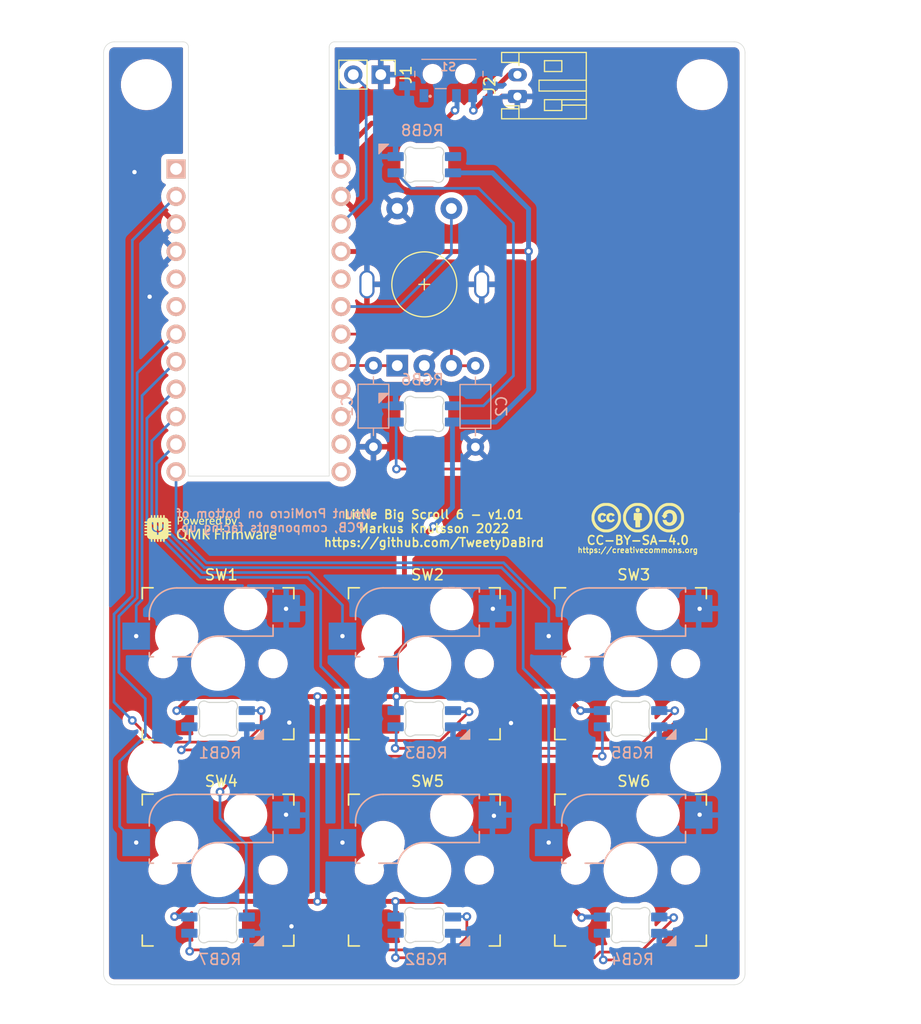
<source format=kicad_pcb>
(kicad_pcb (version 20211014) (generator pcbnew)
  (title_block (title "Little Big Scroll 6") (date "2022-03-22") (rev "v1.01") (company "Tweety's Wild Thinking") (comment 1 "Markus Knutsson <markus.knutsson@tweety.se>") (comment 2 "https://github.com/TweetyDaBird") (comment 3 "Licensed under Creative Commons BY-SA 4.0 International "))
  (layers (0 "F.Cu" signal) (31 "B.Cu" signal) (34 "B.Paste" user) (35 "F.Paste" user) (36 "B.SilkS" user "B.Silkscreen") (37 "F.SilkS" user "F.Silkscreen") (38 "B.Mask" user) (39 "F.Mask" user) (44 "Edge.Cuts" user))
  (net 0 "")
  (net 1 "EncB")
  (net 2 "GND")
  (net 3 "VCC")
  (net 4 "EncA")
  (net 5 "RGB")
  (net 6 "Net-(U1-Pad22)")
  (net 7 "Key1")
  (net 8 "Key2")
  (net 9 "Key3")
  (net 10 "Key4")
  (net 11 "Key5")
  (net 12 "Key6")
  (net 13 "EncKey")
  (net 22 "BAT+")
  (net 24 "/BAT++")
  (net 25 "Net-(RGB1-Pad2)")
  (net 26 "Net-(RGB2-Pad2)")
  (net 27 "Net-(RGB2-Pad4)")
  (net 28 "Net-(RGB3-Pad2)")
  (net 29 "Net-(RGB4-Pad2)")
  (net 30 "Net-(RGB5-Pad2)")
  (net 31 "Net-(RGB6-Pad2)")
  (footprint "Keyboard Library:ArduinoProMicro-BackSide" (layer "F.Cu") (at 94.96 71.48 -90)
    (fp_text reference "U1" hide)
    (fp_text value "ProMicro" hide)
  )
  (footprint "Keyboard Switches & Encoders:SW_MX_HotSwap" (layer "F.Cu") (at 91.22 103.16)
    (fp_text reference "SW1")
    (fp_text value "SW_MX_HS" hide)
  )
  (footprint "Keyboard Switches & Encoders:SW_MX_HotSwap" (layer "F.Cu") (at 110.27 103.16)
    (fp_text reference "SW2")
    (fp_text value "SW_MX_HS" hide)
  )
  (footprint "Keyboard Switches & Encoders:SW_MX_HotSwap" (layer "F.Cu") (at 129.32 103.16)
    (fp_text reference "SW3")
    (fp_text value "SW_MX_HS" hide)
  )
  (footprint "Keyboard Switches & Encoders:SW_MX_HotSwap" (layer "F.Cu") (at 91.22 122.21)
    (fp_text reference "SW4")
    (fp_text value "SW_MX_HS" hide)
  )
  (footprint "Keyboard Switches & Encoders:SW_MX_HotSwap" (layer "F.Cu") (at 110.27 122.21)
    (fp_text reference "SW5")
    (fp_text value "SW_MX_HS" hide)
  )
  (footprint "Keyboard Switches & Encoders:SW_MX_HotSwap" (layer "F.Cu") (at 129.32 122.21)
    (fp_text reference "SW6")
    (fp_text value "SW_MX_HS" hide)
  )
  (footprint "Keyboard Switches & Encoders:Encoder_Alps_EC11E_Small" (layer "F.Cu") (at 110.27 68.16 90)
    (fp_text reference "ENC1" hide)
    (fp_text value "Rotary_Encoder_Click" hide)
  )
  (footprint "Keyboard Switches & Encoders:RGB_SK6812MINI-E" (layer "F.Cu") (at 91.22 103.16)
    (fp_text reference "RGB1")
    (fp_text value "SK6812MINI-E")
    (fp_line (start 1.699999 4.377157) (end 1.699999 5.782841) (layer "Edge.Cuts") (width 0.1))
    (fp_line (start -1.699999 5.782841) (end -1.699999 4.377157) (layer "Edge.Cuts") (width 0.1))
    (fp_line (start 0.794452 6.579999) (end -0.794452 6.579999) (layer "Edge.Cuts") (width 0.1))
    (fp_line (start -0.794452 3.58) (end 0.794453 3.58) (layer "Edge.Cuts") (width 0.1))
    (fp_arc (start 1.046711 3.511701) (mid 1.638071 3.575964) (end 1.749484 4.160279) (layer "Edge.Cuts") (width 0.1))
    (fp_arc (start 1.749484 5.999718) (mid 1.638072 6.584034) (end 1.046711 6.648298) (layer "Edge.Cuts") (width 0.1))
    (fp_arc (start -1.749484 4.160279) (mid -1.638071 3.575964) (end -1.046711 3.5117) (layer "Edge.Cuts") (width 0.1))
    (fp_arc (start 1.749484 5.999719) (mid 1.712518 5.894069) (end 1.699999 5.782841) (layer "Edge.Cuts") (width 0.1))
    (fp_arc (start -0.794453 3.579999) (mid -0.925123 3.562622) (end -1.046711 3.5117) (layer "Edge.Cuts") (width 0.1))
    (fp_arc (start -1.046711 6.648296) (mid -1.63807 6.584033) (end -1.749484 5.999719) (layer "Edge.Cuts") (width 0.1))
    (fp_arc (start -1.04671 6.648298) (mid -0.925122 6.597376) (end -0.794452 6.579999) (layer "Edge.Cuts") (width 0.1))
    (fp_arc (start 0.794452 6.579999) (mid 0.925123 6.597376) (end 1.046711 6.648298) (layer "Edge.Cuts") (width 0.1))
    (fp_arc (start -1.749484 4.160279) (mid -1.712527 4.265931) (end -1.699999 4.377157) (layer "Edge.Cuts") (width 0.1))
    (fp_arc (start 1.699999 4.377156) (mid 1.712527 4.26593) (end 1.749484 4.160279) (layer "Edge.Cuts") (width 0.1))
    (fp_arc (start -1.699999 5.782842) (mid -1.712527 5.894067) (end -1.749484 5.999719) (layer "Edge.Cuts") (width 0.1))
    (fp_arc (start 1.046711 3.511701) (mid 0.925123 3.562623) (end 0.794453 3.58) (layer "Edge.Cuts") (width 0.1))
  )
  (footprint "Keyboard Switches & Encoders:RGB_SK6812MINI-E" (layer "F.Cu") (at 110.27 103.16)
    (fp_text reference "RGB3")
    (fp_text value "SK6812MINI-E")
    (fp_line (start 1.699999 4.377157) (end 1.699999 5.782841) (layer "Edge.Cuts") (width 0.1))
    (fp_line (start -1.699999 5.782841) (end -1.699999 4.377157) (layer "Edge.Cuts") (width 0.1))
    (fp_line (start 0.794452 6.579999) (end -0.794452 6.579999) (layer "Edge.Cuts") (width 0.1))
    (fp_line (start -0.794452 3.58) (end 0.794453 3.58) (layer "Edge.Cuts") (width 0.1))
    (fp_arc (start 1.749484 5.999718) (mid 1.638072 6.584034) (end 1.046711 6.648298) (layer "Edge.Cuts") (width 0.1))
    (fp_arc (start 1.749484 5.999719) (mid 1.712518 5.894069) (end 1.699999 5.782841) (layer "Edge.Cuts") (width 0.1))
    (fp_arc (start 1.699999 4.377156) (mid 1.712527 4.26593) (end 1.749484 4.160279) (layer "Edge.Cuts") (width 0.1))
    (fp_arc (start -1.046711 6.648296) (mid -1.63807 6.584033) (end -1.749484 5.999719) (layer "Edge.Cuts") (width 0.1))
    (fp_arc (start -1.749484 4.160279) (mid -1.638071 3.575964) (end -1.046711 3.5117) (layer "Edge.Cuts") (width 0.1))
    (fp_arc (start 1.046711 3.511701) (mid 0.925123 3.562623) (end 0.794453 3.58) (layer "Edge.Cuts") (width 0.1))
    (fp_arc (start -0.794453 3.579999) (mid -0.925123 3.562622) (end -1.046711 3.5117) (layer "Edge.Cuts") (width 0.1))
    (fp_arc (start 1.046711 3.511701) (mid 1.638071 3.575964) (end 1.749484 4.160279) (layer "Edge.Cuts") (width 0.1))
    (fp_arc (start -1.699999 5.782842) (mid -1.712527 5.894067) (end -1.749484 5.999719) (layer "Edge.Cuts") (width 0.1))
    (fp_arc (start 0.794452 6.579999) (mid 0.925123 6.597376) (end 1.046711 6.648298) (layer "Edge.Cuts") (width 0.1))
    (fp_arc (start -1.749484 4.160279) (mid -1.712527 4.265931) (end -1.699999 4.377157) (layer "Edge.Cuts") (width 0.1))
    (fp_arc (start -1.04671 6.648298) (mid -0.925122 6.597376) (end -0.794452 6.579999) (layer "Edge.Cuts") (width 0.1))
  )
  (footprint "Keyboard Switches & Encoders:RGB_SK6812MINI-E" (layer "F.Cu") (at 129.32 103.16)
    (fp_text reference "RGB5")
    (fp_text value "SK6812MINI-E")
    (fp_line (start -1.699999 5.782841) (end -1.699999 4.377157) (layer "Edge.Cuts") (width 0.1))
    (fp_line (start -0.794452 3.58) (end 0.794453 3.58) (layer "Edge.Cuts") (width 0.1))
    (fp_line (start 1.699999 4.377157) (end 1.699999 5.782841) (layer "Edge.Cuts") (width 0.1))
    (fp_line (start 0.794452 6.579999) (end -0.794452 6.579999) (layer "Edge.Cuts") (width 0.1))
    (fp_arc (start -1.699999 5.782842) (mid -1.712527 5.894067) (end -1.749484 5.999719) (layer "Edge.Cuts") (width 0.1))
    (fp_arc (start 1.749484 5.999718) (mid 1.638072 6.584034) (end 1.046711 6.648298) (layer "Edge.Cuts") (width 0.1))
    (fp_arc (start 1.046711 3.511701) (mid 0.925123 3.562623) (end 0.794453 3.58) (layer "Edge.Cuts") (width 0.1))
    (fp_arc (start -1.046711 6.648296) (mid -1.63807 6.584033) (end -1.749484 5.999719) (layer "Edge.Cuts") (width 0.1))
    (fp_arc (start 1.699999 4.377156) (mid 1.712527 4.26593) (end 1.749484 4.160279) (layer "Edge.Cuts") (width 0.1))
    (fp_arc (start -1.04671 6.648298) (mid -0.925122 6.597376) (end -0.794452 6.579999) (layer "Edge.Cuts") (width 0.1))
    (fp_arc (start -1.749484 4.160279) (mid -1.638071 3.575964) (end -1.046711 3.5117) (layer "Edge.Cuts") (width 0.1))
    (fp_arc (start 0.794452 6.579999) (mid 0.925123 6.597376) (end 1.046711 6.648298) (layer "Edge.Cuts") (width 0.1))
    (fp_arc (start 1.046711 3.511701) (mid 1.638071 3.575964) (end 1.749484 4.160279) (layer "Edge.Cuts") (width 0.1))
    (fp_arc (start -0.794453 3.579999) (mid -0.925123 3.562622) (end -1.046711 3.5117) (layer "Edge.Cuts") (width 0.1))
    (fp_arc (start 1.749484 5.999719) (mid 1.712518 5.894069) (end 1.699999 5.782841) (layer "Edge.Cuts") (width 0.1))
    (fp_arc (start -1.749484 4.160279) (mid -1.712527 4.265931) (end -1.699999 4.377157) (layer "Edge.Cuts") (width 0.1))
  )
  (footprint "Keyboard Switches & Encoders:RGB_SK6812MINI-E" (layer "F.Cu") (at 91.22 122.21)
    (fp_text reference "RGB7")
    (fp_text value "SK6812MINI-E")
    (fp_line (start 1.699999 4.377157) (end 1.699999 5.782841) (layer "Edge.Cuts") (width 0.1))
    (fp_line (start 0.794452 6.579999) (end -0.794452 6.579999) (layer "Edge.Cuts") (width 0.1))
    (fp_line (start -1.699999 5.782841) (end -1.699999 4.377157) (layer "Edge.Cuts") (width 0.1))
    (fp_line (start -0.794452 3.58) (end 0.794453 3.58) (layer "Edge.Cuts") (width 0.1))
    (fp_arc (start -1.046711 6.648296) (mid -1.63807 6.584033) (end -1.749484 5.999719) (layer "Edge.Cuts") (width 0.1))
    (fp_arc (start 1.749484 5.999719) (mid 1.712518 5.894069) (end 1.699999 5.782841) (layer "Edge.Cuts") (width 0.1))
    (fp_arc (start -1.749484 4.160279) (mid -1.638071 3.575964) (end -1.046711 3.5117) (layer "Edge.Cuts") (width 0.1))
    (fp_arc (start 1.046711 3.511701) (mid 0.925123 3.562623) (end 0.794453 3.58) (layer "Edge.Cuts") (width 0.1))
    (fp_arc (start 0.794452 6.579999) (mid 0.925123 6.597376) (end 1.046711 6.648298) (layer "Edge.Cuts") (width 0.1))
    (fp_arc (start 1.046711 3.511701) (mid 1.638071 3.575964) (end 1.749484 4.160279) (layer "Edge.Cuts") (width 0.1))
    (fp_arc (start -0.794453 3.579999) (mid -0.925123 3.562622) (end -1.046711 3.5117) (layer "Edge.Cuts") (width 0.1))
    (fp_arc (start 1.699999 4.377156) (mid 1.712527 4.26593) (end 1.749484 4.160279) (layer "Edge.Cuts") (width 0.1))
    (fp_arc (start -1.699999 5.782842) (mid -1.712527 5.894067) (end -1.749484 5.999719) (layer "Edge.Cuts") (width 0.1))
    (fp_arc (start 1.749484 5.999718) (mid 1.638072 6.584034) (end 1.046711 6.648298) (layer "Edge.Cuts") (width 0.1))
    (fp_arc (start -1.04671 6.648298) (mid -0.925122 6.597376) (end -0.794452 6.579999) (layer "Edge.Cuts") (width 0.1))
    (fp_arc (start -1.749484 4.160279) (mid -1.712527 4.265931) (end -1.699999 4.377157) (layer "Edge.Cuts") (width 0.1))
  )
  (footprint "Keyboard Switches & Encoders:RGB_SK6812MINI-E" (layer "F.Cu") (at 110.27 122.21)
    (fp_text reference "RGB2")
    (fp_text value "SK6812MINI-E")
    (fp_line (start 0.794452 6.579999) (end -0.794452 6.579999) (layer "Edge.Cuts") (width 0.1))
    (fp_line (start -1.699999 5.782841) (end -1.699999 4.377157) (layer "Edge.Cuts") (width 0.1))
    (fp_line (start 1.699999 4.377157) (end 1.699999 5.782841) (layer "Edge.Cuts") (width 0.1))
    (fp_line (start -0.794452 3.58) (end 0.794453 3.58) (layer "Edge.Cuts") (width 0.1))
    (fp_arc (start 0.794452 6.579999) (mid 0.925123 6.597376) (end 1.046711 6.648298) (layer "Edge.Cuts") (width 0.1))
    (fp_arc (start -0.794453 3.579999) (mid -0.925123 3.562622) (end -1.046711 3.5117) (layer "Edge.Cuts") (width 0.1))
    (fp_arc (start 1.699999 4.377156) (mid 1.712527 4.26593) (end 1.749484 4.160279) (layer "Edge.Cuts") (width 0.1))
    (fp_arc (start -1.749484 4.160279) (mid -1.638071 3.575964) (end -1.046711 3.5117) (layer "Edge.Cuts") (width 0.1))
    (fp_arc (start 1.046711 3.511701) (mid 0.925123 3.562623) (end 0.794453 3.58) (layer "Edge.Cuts") (width 0.1))
    (fp_arc (start -1.699999 5.782842) (mid -1.712527 5.894067) (end -1.749484 5.999719) (layer "Edge.Cuts") (width 0.1))
    (fp_arc (start -1.749484 4.160279) (mid -1.712527 4.265931) (end -1.699999 4.377157) (layer "Edge.Cuts") (width 0.1))
    (fp_arc (start -1.04671 6.648298) (mid -0.925122 6.597376) (end -0.794452 6.579999) (layer "Edge.Cuts") (width 0.1))
    (fp_arc (start -1.046711 6.648296) (mid -1.63807 6.584033) (end -1.749484 5.999719) (layer "Edge.Cuts") (width 0.1))
    (fp_arc (start 1.749484 5.999718) (mid 1.638072 6.584034) (end 1.046711 6.648298) (layer "Edge.Cuts") (width 0.1))
    (fp_arc (start 1.749484 5.999719) (mid 1.712518 5.894069) (end 1.699999 5.782841) (layer "Edge.Cuts") (width 0.1))
    (fp_arc (start 1.046711 3.511701) (mid 1.638071 3.575964) (end 1.749484 4.160279) (layer "Edge.Cuts") (width 0.1))
  )
  (footprint "Keyboard Switches & Encoders:RGB_SK6812MINI-E" (layer "F.Cu") (at 129.32 122.21)
    (fp_text reference "RGB4")
    (fp_text value "SK6812MINI-E")
    (fp_line (start -1.699999 5.782841) (end -1.699999 4.377157) (layer "Edge.Cuts") (width 0.1))
    (fp_line (start 1.699999 4.377157) (end 1.699999 5.782841) (layer "Edge.Cuts") (width 0.1))
    (fp_line (start -0.794452 3.58) (end 0.794453 3.58) (layer "Edge.Cuts") (width 0.1))
    (fp_line (start 0.794452 6.579999) (end -0.794452 6.579999) (layer "Edge.Cuts") (width 0.1))
    (fp_arc (start -1.749484 4.160279) (mid -1.712527 4.265931) (end -1.699999 4.377157) (layer "Edge.Cuts") (width 0.1))
    (fp_arc (start 1.046711 3.511701) (mid 0.925123 3.562623) (end 0.794453 3.58) (layer "Edge.Cuts") (width 0.1))
    (fp_arc (start -0.794453 3.579999) (mid -0.925123 3.562622) (end -1.046711 3.5117) (layer "Edge.Cuts") (width 0.1))
    (fp_arc (start -1.04671 6.648298) (mid -0.925122 6.597376) (end -0.794452 6.579999) (layer "Edge.Cuts") (width 0.1))
    (fp_arc (start 1.046711 3.511701) (mid 1.638071 3.575964) (end 1.749484 4.160279) (layer "Edge.Cuts") (width 0.1))
    (fp_arc (start -1.699999 5.782842) (mid -1.712527 5.894067) (end -1.749484 5.999719) (layer "Edge.Cuts") (width 0.1))
    (fp_arc (start -1.749484 4.160279) (mid -1.638071 3.575964) (end -1.046711 3.5117) (layer "Edge.Cuts") (width 0.1))
    (fp_arc (start 1.749484 5.999719) (mid 1.712518 5.894069) (end 1.699999 5.782841) (layer "Edge.Cuts") (width 0.1))
    (fp_arc (start 1.699999 4.377156) (mid 1.712527 4.26593) (end 1.749484 4.160279) (layer "Edge.Cuts") (width 0.1))
    (fp_arc (start 0.794452 6.579999) (mid 0.925123 6.597376) (end 1.046711 6.648298) (layer "Edge.Cuts") (width 0.1))
    (fp_arc (start 1.749484 5.999718) (mid 1.638072 6.584034) (end 1.046711 6.648298) (layer "Edge.Cuts") (width 0.1))
    (fp_arc (start -1.046711 6.648296) (mid -1.63807 6.584033) (end -1.749484 5.999719) (layer "Edge.Cuts") (width 0.1))
  )
  (footprint "Keyboard Switches & Encoders:RGB_SK6812MINI-E" (layer "F.Cu") (at 110.27 62.2 180)
    (fp_text reference "RGB8")
    (fp_text value "SK6812MINI-E")
    (fp_line (start 1.699999 4.377157) (end 1.699999 5.782841) (layer "Edge.Cuts") (width 0.1))
    (fp_line (start -0.794452 3.58) (end 0.794453 3.58) (layer "Edge.Cuts") (width 0.1))
    (fp_line (start 0.794452 6.579999) (end -0.794452 6.579999) (layer "Edge.Cuts") (width 0.1))
    (fp_line (start -1.699999 5.782841) (end -1.699999 4.377157) (layer "Edge.Cuts") (width 0.1))
    (fp_arc (start 0.794452 6.579999) (mid 0.925123 6.597376) (end 1.046711 6.648298) (layer "Edge.Cuts") (width 0.1))
    (fp_arc (start 1.749484 5.999719) (mid 1.712518 5.894069) (end 1.699999 5.782841) (layer "Edge.Cuts") (width 0.1))
    (fp_arc (start 1.699999 4.377156) (mid 1.712527 4.26593) (end 1.749484 4.160279) (layer "Edge.Cuts") (width 0.1))
    (fp_arc (start 1.749484 5.999718) (mid 1.638072 6.584034) (end 1.046711 6.648298) (layer "Edge.Cuts") (width 0.1))
    (fp_arc (start -0.794453 3.579999) (mid -0.925123 3.562622) (end -1.046711 3.5117) (layer "Edge.Cuts") (width 0.1))
    (fp_arc (start -1.699999 5.782842) (mid -1.712527 5.894067) (end -1.749484 5.999719) (layer "Edge.Cuts") (width 0.1))
    (fp_arc (start 1.046711 3.511701) (mid 1.638071 3.575964) (end 1.749484 4.160279) (layer "Edge.Cuts") (width 0.1))
    (fp_arc (start -1.749484 4.160279) (mid -1.638071 3.575964) (end -1.046711 3.5117) (layer "Edge.Cuts") (width 0.1))
    (fp_arc (start 1.046711 3.511701) (mid 0.925123 3.562623) (end 0.794453 3.58) (layer "Edge.Cuts") (width 0.1))
    (fp_arc (start -1.04671 6.648298) (mid -0.925122 6.597376) (end -0.794452 6.579999) (layer "Edge.Cuts") (width 0.1))
    (fp_arc (start -1.046711 6.648296) (mid -1.63807 6.584033) (end -1.749484 5.999719) (layer "Edge.Cuts") (width 0.1))
    (fp_arc (start -1.749484 4.160279) (mid -1.712527 4.265931) (end -1.699999 4.377157) (layer "Edge.Cuts") (width 0.1))
  )
  (footprint "Keyboard Switches & Encoders:RGB_SK6812MINI-E" (layer "F.Cu") (at 110.27 85.195 180)
    (fp_text reference "RGB6")
    (fp_text value "SK6812MINI-E")
    (fp_line (start -1.699999 5.782841) (end -1.699999 4.377157) (layer "Edge.Cuts") (width 0.1))
    (fp_line (start 0.794452 6.579999) (end -0.794452 6.579999) (layer "Edge.Cuts") (width 0.1))
    (fp_line (start -0.794452 3.58) (end 0.794453 3.58) (layer "Edge.Cuts") (width 0.1))
    (fp_line (start 1.699999 4.377157) (end 1.699999 5.782841) (layer "Edge.Cuts") (width 0.1))
    (fp_arc (start -1.699999 5.782842) (mid -1.712527 5.894067) (end -1.749484 5.999719) (layer "Edge.Cuts") (width 0.1))
    (fp_arc (start -1.046711 6.648296) (mid -1.63807 6.584033) (end -1.749484 5.999719) (layer "Edge.Cuts") (width 0.1))
    (fp_arc (start 1.046711 3.511701) (mid 1.638071 3.575964) (end 1.749484 4.160279) (layer "Edge.Cuts") (width 0.1))
    (fp_arc (start 1.699999 4.377156) (mid 1.712527 4.26593) (end 1.749484 4.160279) (layer "Edge.Cuts") (width 0.1))
    (fp_arc (start -1.749484 4.160279) (mid -1.638071 3.575964) (end -1.046711 3.5117) (layer "Edge.Cuts") (width 0.1))
    (fp_arc (start 1.749484 5.999718) (mid 1.638072 6.584034) (end 1.046711 6.648298) (layer "Edge.Cuts") (width 0.1))
    (fp_arc (start 1.749484 5.999719) (mid 1.712518 5.894069) (end 1.699999 5.782841) (layer "Edge.Cuts") (width 0.1))
    (fp_arc (start 1.046711 3.511701) (mid 0.925123 3.562623) (end 0.794453 3.58) (layer "Edge.Cuts") (width 0.1))
    (fp_arc (start -1.749484 4.160279) (mid -1.712527 4.265931) (end -1.699999 4.377157) (layer "Edge.Cuts") (width 0.1))
    (fp_arc (start 0.794452 6.579999) (mid 0.925123 6.597376) (end 1.046711 6.648298) (layer "Edge.Cuts") (width 0.1))
    (fp_arc (start -0.794453 3.579999) (mid -0.925123 3.562622) (end -1.046711 3.5117) (layer "Edge.Cuts") (width 0.1))
    (fp_arc (start -1.04671 6.648298) (mid -0.925122 6.597376) (end -0.794452 6.579999) (layer "Edge.Cuts") (width 0.1))
  )
  (footprint "Keyboard Switches & Encoders:Spacer PCB hole" (layer "F.Cu") (at 85.22 112.685)
    (fp_text reference "H1" hide)
    (fp_text value "Spacer_PCB" hide)
  )
  (footprint "Keyboard Switches & Encoders:Spacer PCB hole" (layer "F.Cu") (at 135.32 112.685)
    (fp_text reference "H2" hide)
    (fp_text value "Spacer_PCB" hide)
  )
  (footprint "Keyboard Switches & Encoders:Spacer PCB hole" (layer "F.Cu") (at 135.94 49.73)
    (fp_text reference "H3" hide)
    (fp_text value "Spacer_PCB" hide)
  )
  (footprint "Keyboard Switches & Encoders:Spacer PCB hole" (layer "F.Cu") (at 84.6 49.73)
    (fp_text reference "H4" hide)
    (fp_text value "Spacer_PCB" hide)
  )
  (footprint "Connector_PinHeader_2.54mm:PinHeader_1x02_P2.54mm_Vertical" (layer "F.Cu") (at 106.25 48.81 -90)
    (fp_text reference "J1")
    (fp_text value "Conn_01x02")
  )
  (footprint "Connector_JST:JST_PH_S2B-PH-K_1x02_P2.00mm_Horizontal" (layer "F.Cu") (at 118.87 50.82 90)
    (fp_text reference "J2")
    (fp_text value "Conn_01x02")
  )
  (footprint "Logotypes:Powered_by_QMK" (layer "F.Cu") (at 90.537262 90.674188)
    (fp_text reference "Logo2" hide)
    (fp_text value "QMK_Logo" hide)
  )
  (footprint "Logotypes:CC_BY_SA_40" (layer "F.Cu") (at 130.026958 90.616725)
    (fp_text reference "Logo1")
    (fp_text value "CC-BY-SA-4.0")
  )
  (footprint "Capacitor_THT:C_Axial_L3.8mm_D2.6mm_P7.50mm_Horizontal" (layer "B.Cu") (at 114.99 83.17 90)
    (fp_text reference "C2")
    (fp_text value "C_Small")
  )
  (footprint "Capacitor_THT:C_Axial_L3.8mm_D2.6mm_P7.50mm_Horizontal" (layer "B.Cu") (at 105.57 75.65 -90)
    (fp_text reference "C1")
    (fp_text value "C_Small")
  )
  (footprint "Keyboard Switches & Encoders:MSK12C02" (layer "B.Cu") (at 112.54 48.75)
    (fp_text reference "S1")
    (fp_text value "MSK12C02" hide)
  )
  (gr_arc (start 138.89 45.78) (mid 139.597107 46.072893) (end 139.89 46.78) (layer "Edge.Cuts") (width 0.05))
  (gr_arc (start 139.89 131.79) (mid 139.597107 132.497107) (end 138.89 132.79) (layer "Edge.Cuts") (width 0.05))
  (gr_line (start 101.485 85.85) (end 101.485 46.28) (layer "Edge.Cuts") (width 0.05))
  (gr_line (start 139.89 46.78) (end 139.89 131.79) (layer "Edge.Cuts") (width 0.05))
  (gr_line (start 101.985 45.78) (end 138.89 45.78) (layer "Edge.Cuts") (width 0.05))
  (gr_arc (start 80.65 46.78) (mid 80.942893 46.072893) (end 81.65 45.78) (layer "Edge.Cuts") (width 0.05))
  (gr_line (start 80.647107 131.79) (end 80.65 46.78) (layer "Edge.Cuts") (width 0.05))
  (gr_arc (start 87.985 45.78) (mid 88.338553 45.926447) (end 88.485 46.28) (layer "Edge.Cuts") (width 0.05))
  (gr_arc (start 81.647107 132.79) (mid 80.94 132.497107) (end 80.647107 131.79) (layer "Edge.Cuts") (width 0.05))
  (gr_arc (start 101.485 46.28) (mid 101.631447 45.926447) (end 101.985 45.78) (layer "Edge.Cuts") (width 0.05))
  (gr_line (start 88.485 46.28) (end 88.485 85.85) (layer "Edge.Cuts") (width 0.05))
  (gr_line (start 88.485 85.85) (end 101.485 85.85) (layer "Edge.Cuts") (width 0.05))
  (gr_line (start 81.65 45.78) (end 87.985 45.78) (layer "Edge.Cuts") (width 0.05))
  (gr_line (start 138.89 132.79) (end 81.647107 132.79) (layer "Edge.Cuts") (width 0.05))
  (gr_text "Mount ProMicro on bottom of \nPCB, components facing up." (at 96.08 89.96) (layer "B.SilkS") (effects (font (size 0.8 0.8)) (justify mirror)))
  (gr_text "Little Big Scroll 6 - v1.01\nMarkus Knutsson 2022\nhttps://github.com/TweetyDaBird" (at 111.16 90.69) (layer "F.SilkS") (effects (font (size 0.8 0.8))))
  (segment (start 112.78 75.67) (end 112.77 75.66) (width 0.25) (layer "F.Cu") (net 1))
  (segment (start 114.99 75.67) (end 112.78 75.67) (width 0.25) (layer "F.Cu") (net 1))
  (segment (start 112.77 75.66) (end 112.77 73.97) (width 0.25) (layer "F.Cu") (net 1))
  (segment (start 111.55 72.75) (end 102.58 72.75) (width 0.25) (layer "F.Cu") (net 1))
  (segment (start 112.77 73.97) (end 111.55 72.75) (width 0.25) (layer "F.Cu") (net 1))
  (via (at 98 127.4) (size 0.8) (drill 0.4) (layers "F.Cu" "B.Cu") (net 2))
  (via (at 118.2755 108.643082) (size 0.8) (drill 0.4) (layers "F.Cu" "B.Cu") (net 2))
  (via (at 84.9 69.3) (size 0.8) (drill 0.4) (layers "F.Cu" "B.Cu") (net 2))
  (via (at 116.6 98.1) (size 0.8) (drill 0.4) (layers "F.Cu" "B.Cu") (net 2))
  (via (at 97.5 117.1) (size 0.8) (drill 0.4) (layers "F.Cu" "B.Cu") (net 2))
  (via (at 116.7 117.2) (size 0.8) (drill 0.4) (layers "F.Cu" "B.Cu") (net 2))
  (via (at 135.7 98.1) (size 0.8) (drill 0.4) (layers "F.Cu" "B.Cu") (net 2))
  (via (at 97.5 98.1) (size 0.8) (drill 0.4) (layers "F.Cu" "B.Cu") (net 2))
  (via (at 97.8 108.6) (size 0.8) (drill 0.4) (layers "F.Cu" "B.Cu") (net 2))
  (via (at 135.7 117.1) (size 0.8) (drill 0.4) (layers "F.Cu" "B.Cu") (net 2))
  (via (at 83.5 57.8) (size 0.8) (drill 0.4) (layers "F.Cu" "B.Cu") (net 2))
  (segment (start 107.7 106.2) (end 107.7 102.2) (width 0.45) (layer "F.Cu") (net 3))
  (segment (start 100.4 125.1) (end 107.6 125.1) (width 0.45) (layer "F.Cu") (net 3))
  (segment (start 108.434521 101.465479) (end 108.434521 93.165479) (width 0.45) (layer "F.Cu") (net 3))
  (segment (start 88.7 106.2) (end 100.4 106.2) (width 0.45) (layer "F.Cu") (net 3))
  (segment (start 123.3 125.1) (end 124.8 126.6) (width 0.45) (layer "F.Cu") (net 3))
  (segment (start 87.4 107.5) (end 88.7 106.2) (width 0.45) (layer "F.Cu") (net 3))
  (segment (start 107.7 106.2) (end 100.4 106.2) (width 0.45) (layer "F.Cu") (net 3))
  (segment (start 119.87 65.13) (end 119.9 65.1) (width 0.45) (layer "F.Cu") (net 3))
  (segment (start 107.7 106.2) (end 123.4 106.2) (width 0.45) (layer "F.Cu") (net 3))
  (segment (start 102.58 65.13) (end 119.87 65.13) (width 0.45) (layer "F.Cu") (net 3))
  (segment (start 108.434521 93.165479) (end 111.1 90.5) (width 0.45) (layer "F.Cu") (net 3))
  (segment (start 88.6 125.1) (end 87.2 126.5) (width 0.45) (layer "F.Cu") (net 3))
  (segment (start 107.6 125.1) (end 123.3 125.1) (width 0.45) (layer "F.Cu") (net 3))
  (segment (start 107.7 102.2) (end 108.434521 101.465479) (width 0.45) (layer "F.Cu") (net 3))
  (segment (start 100.4 125.1) (end 88.6 125.1) (width 0.45) (layer "F.Cu") (net 3))
  (segment (start 123.4 106.2) (end 124.7 107.5) (width 0.45) (layer "F.Cu") (net 3))
  (via (at 100.4 106.2) (size 0.8) (drill 0.4) (layers "F.Cu" "B.Cu") (net 3))
  (via (at 107.7 106.2) (size 0.8) (drill 0.4) (layers "F.Cu" "B.Cu") (net 3))
  (via (at 107.6 125.1) (size 0.8) (drill 0.4) (layers "F.Cu" "B.Cu") (net 3))
  (via (at 124.7 107.5) (size 0.8) (drill 0.4) (layers "F.Cu" "B.Cu") (net 3))
  (via (at 111.1 90.5) (size 0.8) (drill 0.4) (layers "F.Cu" "B.Cu") (net 3))
  (via (at 87.4 107.5) (size 0.8) (drill 0.4) (layers "F.Cu" "B.Cu") (net 3))
  (via (at 87.2 126.5) (size 0.8) (drill 0.4) (layers "F.Cu" "B.Cu") (net 3))
  (via (at 100.4 125.1) (size 0.8) (drill 0.4) (layers "F.Cu" "B.Cu") (net 3))
  (via (at 119.9 65.1) (size 0.8) (drill 0.4) (layers "F.Cu" "B.Cu") (net 3))
  (via (at 124.8 126.6) (size 0.8) (drill 0.4) (layers "F.Cu" "B.Cu") (net 3))
  (segment (start 124.710001 107.489999) (end 124.7 107.5) (width 0.45) (layer "B.Cu") (net 3))
  (segment (start 107.7 107.459999) (end 107.67 107.489999) (width 0.45) (layer "B.Cu") (net 3))
  (segment (start 107.6 126.469999) (end 107.67 126.539999) (width 0.45) (layer "B.Cu") (net 3))
  (segment (start 124.860001 126.539999) (end 124.8 126.6) (width 0.45) (layer "B.Cu") (net 3))
  (segment (start 116.834999 80.865001) (end 119.9 77.8) (width 0.45) (layer "B.Cu") (net 3))
  (segment (start 119.9 61.2) (end 119.9 65.1) (width 0.45) (layer "B.Cu") (net 3))
  (segment (start 87.410001 107.489999) (end 87.4 107.5) (width 0.45) (layer "B.Cu") (net 3))
  (segment (start 87.2 126.5) (end 88.580001 126.5) (width 0.45) (layer "B.Cu") (net 3))
  (segment (start 107.7 106.2) (end 107.7 107.459999) (width 0.45) (layer "B.Cu") (net 3))
  (segment (start 126.72 126.539999) (end 124.860001 126.539999) (width 0.45) (layer "B.Cu") (net 3))
  (segment (start 112.87 80.865001) (end 116.834999 80.865001) (width 0.45) (layer "B.Cu") (net 3))
  (segment (start 112.87 80.865001) (end 112.87 88.73) (width 0.45) (layer "B.Cu") (net 3))
  (segment (start 119.9 77.8) (end 119.9 65.1) (width 0.45) (layer "B.Cu") (net 3))
  (segment (start 100.4 125.1) (end 100.4 106.2) (width 0.45) (layer "B.Cu") (net 3))
  (segment (start 126.72 107.489999) (end 124.710001 107.489999) (width 0.45) (layer "B.Cu") (net 3))
  (segment (start 112.87 57.870001) (end 116.570001 57.870001) (width 0.45) (layer "B.Cu") (net 3))
  (segment (start 112.87 88.73) (end 111.1 90.5) (width 0.45) (layer "B.Cu") (net 3))
  (segment (start 116.570001 57.870001) (end 119.9 61.2) (width 0.45) (layer "B.Cu") (net 3))
  (segment (start 107.6 125.1) (end 107.6 126.469999) (width 0.45) (layer "B.Cu") (net 3))
  (segment (start 88.62 107.489999) (end 87.410001 107.489999) (width 0.45) (layer "B.Cu") (net 3))
  (segment (start 102.94 75.65) (end 102.58 75.29) (width 0.25) (layer "F.Cu") (net 4))
  (segment (start 107.77 75.66) (end 105.58 75.66) (width 0.25) (layer "F.Cu") (net 4))
  (segment (start 105.57 75.65) (end 102.94 75.65) (width 0.25) (layer "F.Cu") (net 4))
  (segment (start 105.58 75.66) (end 105.57 75.65) (width 0.25) (layer "F.Cu") (net 4))
  (segment (start 93.8 110.4) (end 85.3 110.4) (width 0.25) (layer "F.Cu") (net 5))
  (segment (start 95.2 109) (end 93.8 110.4) (width 0.25) (layer "F.Cu") (net 5))
  (segment (start 95.2 107.5) (end 95.2 109) (width 0.25) (layer "F.Cu") (net 5))
  (segment (start 85.3 110.4) (end 83.3 108.4) (width 0.25) (layer "F.Cu") (net 5))
  (via (at 83.3 108.4) (size 0.8) (drill 0.4) (layers "F.Cu" "B.Cu") (net 5))
  (via (at 95.2 107.5) (size 0.8) (drill 0.4) (layers "F.Cu" "B.Cu") (net 5))
  (segment (start 93.82 107.489999) (end 95.189999 107.489999) (width 0.25) (layer "B.Cu") (net 5))
  (segment (start 83.3 108.4) (end 81.610978 106.710978) (width 0.25) (layer "B.Cu") (net 5))
  (segment (start 81.610978 98.589022) (end 83.3 96.9) (width 0.25) (layer "B.Cu") (net 5))
  (segment (start 83.3 96.9) (end 83.3 64.09) (width 0.25) (layer "B.Cu") (net 5))
  (segment (start 83.3 64.09) (end 87.34 60.05) (width 0.25) (layer "B.Cu") (net 5))
  (segment (start 81.610978 106.710978) (end 81.610978 98.589022) (width 0.25) (layer "B.Cu") (net 5))
  (segment (start 95.189999 107.489999) (end 95.2 107.5) (width 0.25) (layer "B.Cu") (net 5))
  (segment (start 104.9 60.27) (end 104.9 50) (width 0.25) (layer "B.Cu") (net 6))
  (segment (start 102.58 62.59) (end 104.9 60.27) (width 0.25) (layer "B.Cu") (net 6))
  (segment (start 104.9 50) (end 103.71 48.81) (width 0.25) (layer "B.Cu") (net 6))
  (via (at 83.66 100.62) (size 0.8) (drill 0.4) (layers "F.Cu" "B.Cu") (net 7))
  (segment (start 83.66 97.811408) (end 84.199021 97.272387) (width 0.25) (layer "B.Cu") (net 7))
  (segment (start 84.199022 78.430978) (end 87.34 75.29) (width 0.25) (layer "B.Cu") (net 7))
  (segment (start 84.199021 97.272387) (end 84.199022 78.430978) (width 0.25) (layer "B.Cu") (net 7))
  (segment (start 83.66 100.62) (end 83.66 97.811408) (width 0.25) (layer "B.Cu") (net 7))
  (via (at 102.71 100.62) (size 0.8) (drill 0.4) (layers "F.Cu" "B.Cu") (net 8))
  (segment (start 85.098043 90.069451) (end 85.098044 82.611956) (width 0.25) (layer "B.Cu") (net 8))
  (segment (start 89.779081 94.750489) (end 85.098043 90.069451) (width 0.25) (layer "B.Cu") (net 8))
  (segment (start 85.098044 82.611956) (end 87.34 80.37) (width 0.25) (layer "B.Cu") (net 8))
  (segment (start 102.71 100.62) (end 102.71 97.774296) (width 0.25) (layer "B.Cu") (net 8))
  (segment (start 99.686193 94.750489) (end 89.779081 94.750489) (width 0.25) (layer "B.Cu") (net 8))
  (segment (start 102.71 97.774296) (end 99.686193 94.750489) (width 0.25) (layer "B.Cu") (net 8))
  (via (at 121.76 100.62) (size 0.8) (drill 0.4) (layers "F.Cu" "B.Cu") (net 9))
  (segment (start 87.34 91.04) (end 90.151468 93.851468) (width 0.25) (layer "B.Cu") (net 9))
  (segment (start 117.587172 93.851468) (end 121.76 98.024296) (width 0.25) (layer "B.Cu") (net 9))
  (segment (start 87.34 85.45) (end 87.34 91.04) (width 0.25) (layer "B.Cu") (net 9))
  (segment (start 90.151468 93.851468) (end 117.587172 93.851468) (width 0.25) (layer "B.Cu") (net 9))
  (segment (start 121.76 98.024296) (end 121.76 100.62) (width 0.25) (layer "B.Cu") (net 9))
  (via (at 83.66 119.67) (size 0.8) (drill 0.4) (layers "F.Cu" "B.Cu") (net 10))
  (segment (start 82.060489 98.775215) (end 82.060489 103.960489) (width 0.25) (layer "B.Cu") (net 10))
  (segment (start 82.135 112.165) (end 82.135 118.17) (width 0.25) (layer "B.Cu") (net 10))
  (segment (start 82.135 118.17) (end 83.635 119.67) (width 0.25) (layer "B.Cu") (net 10))
  (segment (start 83.74951 97.086194) (end 82.060489 98.775215) (width 0.25) (layer "B.Cu") (net 10))
  (segment (start 84.5 109.8) (end 82.135 112.165) (width 0.25) (layer "B.Cu") (net 10))
  (segment (start 83.749511 76.340489) (end 83.74951 97.086194) (width 0.25) (layer "B.Cu") (net 10))
  (segment (start 87.34 72.75) (end 83.749511 76.340489) (width 0.25) (layer "B.Cu") (net 10))
  (segment (start 82.060489 103.960489) (end 84.5 106.4) (width 0.25) (layer "B.Cu") (net 10))
  (segment (start 84.5 106.4) (end 84.5 109.8) (width 0.25) (layer "B.Cu") (net 10))
  (segment (start 83.635 119.67) (end 83.66 119.67) (width 0.25) (layer "B.Cu") (net 10))
  (via (at 102.71 119.67) (size 0.8) (drill 0.4) (layers "F.Cu" "B.Cu") (net 11))
  (segment (start 100.7 96.4) (end 100.7 103.4) (width 0.25) (layer "B.Cu") (net 11))
  (segment (start 99.5 95.2) (end 100.7 96.4) (width 0.25) (layer "B.Cu") (net 11))
  (segment (start 87.34 77.83) (end 84.648533 80.521467) (width 0.25) (layer "B.Cu") (net 11))
  (segment (start 89.592888 95.2) (end 99.5 95.2) (width 0.25) (layer "B.Cu") (net 11))
  (segment (start 100.7 103.4) (end 102.71 105.41) (width 0.25) (layer "B.Cu") (net 11))
  (segment (start 84.648533 80.521467) (end 84.648532 90.255644) (width 0.25) (layer "B.Cu") (net 11))
  (segment (start 102.71 105.41) (end 102.71 119.67) (width 0.25) (layer "B.Cu") (net 11))
  (segment (start 84.648532 90.255644) (end 89.592888 95.2) (width 0.25) (layer "B.Cu") (net 11))
  (via (at 121.76 119.67) (size 0.8) (drill 0.4) (layers "F.Cu" "B.Cu") (net 12))
  (segment (start 85.547554 89.883258) (end 89.965274 94.300978) (width 0.25) (layer "B.Cu") (net 12))
  (segment (start 85.547555 84.702445) (end 85.547554 89.883258) (width 0.25) (layer "B.Cu") (net 12))
  (segment (start 119.4 103.6) (end 121.76 105.96) (width 0.25) (layer "B.Cu") (net 12))
  (segment (start 117.400978 94.300978) (end 119.4 96.3) (width 0.25) (layer "B.Cu") (net 12))
  (segment (start 87.34 82.91) (end 85.547555 84.702445) (width 0.25) (layer "B.Cu") (net 12))
  (segment (start 89.965274 94.300978) (end 117.400978 94.300978) (width 0.25) (layer "B.Cu") (net 12))
  (segment (start 119.4 96.3) (end 119.4 103.6) (width 0.25) (layer "B.Cu") (net 12))
  (segment (start 121.76 105.96) (end 121.76 119.67) (width 0.25) (layer "B.Cu") (net 12))
  (segment (start 112.77 65.33) (end 112.77 61.16) (width 0.25) (layer "B.Cu") (net 13))
  (segment (start 107.89 70.21) (end 112.77 65.33) (width 0.25) (layer "B.Cu") (net 13))
  (segment (start 102.58 70.21) (end 107.89 70.21) (width 0.25) (layer "B.Cu") (net 13))
  (segment (start 111.9 53.3) (end 105.4 53.3) (width 0.45) (layer "F.Cu") (net 22))
  (segment (start 102.58 56.12) (end 102.58 57.51) (width 0.45) (layer "F.Cu") (net 22))
  (segment (start 113.1 52.1) (end 111.9 53.3) (width 0.45) (layer "F.Cu") (net 22))
  (segment (start 105.4 53.3) (end 102.58 56.12) (width 0.45) (layer "F.Cu") (net 22))
  (via (at 113.1 52.1) (size 0.8) (drill 0.4) (layers "F.Cu" "B.Cu") (net 22))
  (segment (start 113.29 51.91) (end 113.1 52.1) (width 0.45) (layer "B.Cu") (net 22))
  (segment (start 113.29 50.6) (end 113.29 51.91) (width 0.45) (layer "B.Cu") (net 22))
  (segment (start 114.8 52.1) (end 118.08 48.82) (width 0.45) (layer "F.Cu") (net 24))
  (segment (start 118.08 48.82) (end 118.87 48.82) (width 0.45) (layer "F.Cu") (net 24))
  (via (at 114.8 52.1) (size 0.8) (drill 0.4) (layers "F.Cu" "B.Cu") (net 24))
  (segment (start 114.79 50.6) (end 114.79 52.09) (width 0.45) (layer "B.Cu") (net 24))
  (segment (start 114.79 52.09) (end 114.8 52.1) (width 0.45) (layer "B.Cu") (net 24))
  (segment (start 94.984705 110.250999) (end 94.111204 111.1245) (width 0.25) (layer "F.Cu") (net 25))
  (segment (start 111.749001 110.250999) (end 94.984705 110.250999) (width 0.25) (layer "F.Cu") (net 25))
  (segment (start 114.4 107.6) (end 111.749001 110.250999) (width 0.25) (layer "F.Cu") (net 25))
  (segment (start 94.111204 111.1245) (end 87.830315 111.1245) (width 0.25) (layer "F.Cu") (net 25))
  (via (at 114.4 107.6) (size 0.8) (drill 0.4) (layers "F.Cu" "B.Cu") (net 25))
  (via (at 87.830315 111.1245) (size 0.8) (drill 0.4) (layers "F.Cu" "B.Cu") (net 25))
  (segment (start 114.4 107.6) (end 112.980001 107.6) (width 0.25) (layer "B.Cu") (net 25))
  (segment (start 112.980001 107.6) (end 112.87 107.489999) (width 0.25) (layer "B.Cu") (net 25))
  (segment (start 88.62 110.334815) (end 87.830315 111.1245) (width 0.25) (layer "B.Cu") (net 25))
  (segment (start 88.62 108.989999) (end 88.62 110.334815) (width 0.25) (layer "B.Cu") (net 25))
  (segment (start 126.499901 129.775499) (end 130.224501 129.775499) (width 0.25) (layer "F.Cu") (net 26))
  (segment (start 125.9754 130.3) (end 126.499901 129.775499) (width 0.25) (layer "F.Cu") (net 26))
  (segment (start 107.6 130.3) (end 125.9754 130.3) (width 0.25) (layer "F.Cu") (net 26))
  (segment (start 133.3 126.7) (end 133.3 126.6) (width 0.25) (layer "F.Cu") (net 26))
  (segment (start 130.224501 129.775499) (end 133.3 126.7) (width 0.25) (layer "F.Cu") (net 26))
  (via (at 133.3 126.6) (size 0.8) (drill 0.4) (layers "F.Cu" "B.Cu") (net 26))
  (via (at 107.6 130.3) (size 0.8) (drill 0.4) (layers "F.Cu" "B.Cu") (net 26))
  (segment (start 107.67 128.039999) (end 107.67 130.23) (width 0.25) (layer "B.Cu") (net 26))
  (segment (start 107.67 130.23) (end 107.6 130.3) (width 0.25) (layer "B.Cu") (net 26))
  (segment (start 133.3 126.6) (end 131.980001 126.6) (width 0.25) (layer "B.Cu") (net 26))
  (segment (start 131.980001 126.6) (end 131.92 126.539999) (width 0.25) (layer "B.Cu") (net 26))
  (segment (start 114.2 128.4) (end 114.2 126.5) (width 0.25) (layer "F.Cu") (net 27))
  (segment (start 88.724501 129.575499) (end 113.024501 129.575499) (width 0.25) (layer "F.Cu") (net 27))
  (segment (start 88.6 129.7) (end 88.724501 129.575499) (width 0.25) (layer "F.Cu") (net 27))
  (segment (start 113.024501 129.575499) (end 114.2 128.4) (width 0.25) (layer "F.Cu") (net 27))
  (via (at 88.6 129.7) (size 0.8) (drill 0.4) (layers "F.Cu" "B.Cu") (net 27))
  (via (at 114.2 126.5) (size 0.8) (drill 0.4) (layers "F.Cu" "B.Cu") (net 27))
  (segment (start 114.2 126.5) (end 112.909999 126.5) (width 0.25) (layer "B.Cu") (net 27))
  (segment (start 88.62 129.68) (end 88.6 129.7) (width 0.25) (layer "B.Cu") (net 27))
  (segment (start 88.62 128.039999) (end 88.62 129.68) (width 0.25) (layer "B.Cu") (net 27))
  (segment (start 129.924501 110.975499) (end 107.573179 110.9755) (width 0.25) (layer "F.Cu") (net 28))
  (segment (start 133.4 107.5) (end 129.924501 110.975499) (width 0.25) (layer "F.Cu") (net 28))
  (via (at 107.573179 110.9755) (size 0.8) (drill 0.4) (layers "F.Cu" "B.Cu") (net 28))
  (via (at 133.4 107.5) (size 0.8) (drill 0.4) (layers "F.Cu" "B.Cu") (net 28))
  (segment (start 107.67 108.989999) (end 107.67 110.878679) (width 0.25) (layer "B.Cu") (net 28))
  (segment (start 107.67 110.878679) (end 107.573179 110.9755) (width 0.25) (layer "B.Cu") (net 28))
  (segment (start 133.4 107.5) (end 131.930001 107.5) (width 0.25) (layer "B.Cu") (net 28))
  (segment (start 138.5 89.3) (end 138.5 128.6) (width 0.25) (layer "F.Cu") (net 29))
  (segment (start 138.5 128.6) (end 137.8 129.3) (width 0.25) (layer "F.Cu") (net 29))
  (segment (start 138.4 89.2) (end 138.5 89.3) (width 0.25) (layer "F.Cu") (net 29))
  (segment (start 107.7 85.2) (end 134.4 85.2) (width 0.25) (layer "F.Cu") (net 29))
  (segment (start 136.6 130.5) (end 137.8 129.3) (width 0.25) (layer "F.Cu") (net 29))
  (segment (start 126.8 130.5) (end 136.6 130.5) (width 0.25) (layer "F.Cu") (net 29))
  (segment (start 134.4 85.2) (end 138.4 89.2) (width 0.25) (layer "F.Cu") (net 29))
  (via (at 107.7 85.2) (size 0.8) (drill 0.4) (layers "F.Cu" "B.Cu") (net 29))
  (via (at 126.8 130.5) (size 0.8) (drill 0.4) (layers "F.Cu" "B.Cu") (net 29))
  (segment (start 126.72 128.039999) (end 126.72 130.42) (width 0.25) (layer "B.Cu") (net 29))
  (segment (start 107.67 80.865001) (end 107.67 85.17) (width 0.25) (layer "B.Cu") (net 29))
  (segment (start 107.67 85.17) (end 107.7 85.2) (width 0.25) (layer "B.Cu") (net 29))
  (segment (start 126.72 130.42) (end 126.8 130.5) (width 0.25) (layer "B.Cu") (net 29))
  (segment (start 94.7 111.7) (end 91.4 115) (width 0.25) (layer "F.Cu") (net 30))
  (segment (start 126.7 111.7) (end 94.7 111.7) (width 0.25) (layer "F.Cu") (net 30))
  (via (at 91.4 115) (size 0.8) (drill 0.4) (layers "F.Cu" "B.Cu") (net 30))
  (via (at 126.7 111.7) (size 0.8) (drill 0.4) (layers "F.Cu" "B.Cu") (net 30))
  (segment (start 93.82 119.840974) (end 93.82 126.539999) (width 0.25) (layer "B.Cu") (net 30))
  (segment (start 91.4 117.420974) (end 93.82 119.840974) (width 0.25) (layer "B.Cu") (net 30))
  (segment (start 126.72 111.68) (end 126.7 111.7) (width 0.25) (layer "B.Cu") (net 30))
  (segment (start 126.72 108.989999) (end 126.72 111.68) (width 0.25) (layer "B.Cu") (net 30))
  (segment (start 91.4 115) (end 91.4 117.420974) (width 0.25) (layer "B.Cu") (net 30))
  (segment (start 107.67 57.870001) (end 107.67 57.909955) (width 0.25) (layer "B.Cu") (net 31))
  (segment (start 118.5 62.5) (end 118.5 76.6) (width 0.25) (layer "B.Cu") (net 31))
  (segment (start 115.3 59.3) (end 118.5 62.5) (width 0.25) (layer "B.Cu") (net 31))
  (segment (start 109.060045 59.3) (end 115.3 59.3) (width 0.25) (layer "B.Cu") (net 31))
  (segment (start 115.734999 79.365001) (end 112.87 79.365001) (width 0.25) (layer "B.Cu") (net 31))
  (segment (start 118.5 76.6) (end 115.734999 79.365001) (width 0.25) (layer "B.Cu") (net 31))
  (segment (start 107.67 57.909955) (end 109.060045 59.3) (width 0.25) (layer "B.Cu") (net 31))
  (zone (net 2) (net_name "GND") (layer "F.Cu") (connect_pads (clearance 0.508)) (min_thickness 0.254) (fill yes (thermal_gap 0.508) (thermal_bridge_width 0.508))
    (polygon (pts (xy 156.15 136.45) (xy 71.08 136.45) (xy 71.08 41.92) (xy 156.15 41.92)))
  )
  (zone (net 2) (net_name "GND") (layer "B.Cu") (connect_pads (clearance 0.508)) (min_thickness 0.254) (fill yes (thermal_gap 0.508) (thermal_bridge_width 0.508))
    (polygon (pts (xy 156.15 136.45) (xy 71.08 136.45) (xy 71.08 41.92) (xy 156.15 41.92)))
  )
)
</source>
